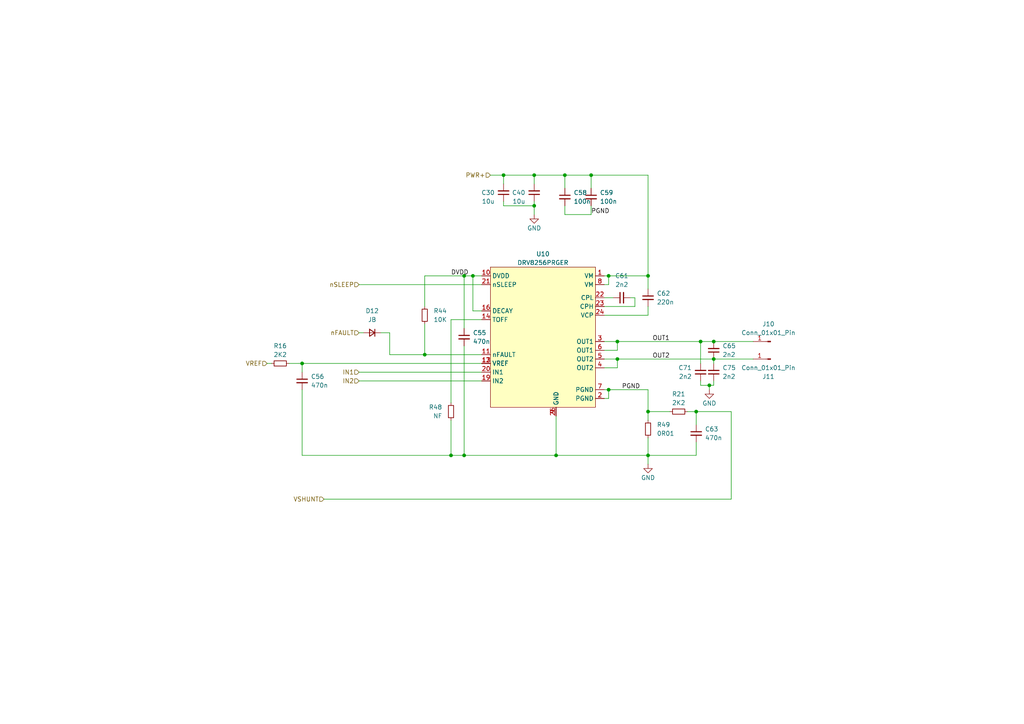
<source format=kicad_sch>
(kicad_sch (version 20250114) (generator "eeschema") (generator_version "9.0")
  (paper "A4")
  (lib_symbols
    (symbol "Connector:Conn_01x01_Pin" (pin_names (offset 1.016) (hide yes))
      (property "Reference" "J" (at 0 2.54 0))
      (property "Value" "Conn_01x01_Pin" (at 0 -2.54 0))
      (symbol "Conn_01x01_Pin_1_1"
        (rectangle (start 0.8636 0.127) (end 0 -0.127) (stroke (width 0.1524)) (fill (type outline)))
        (polyline (pts (xy 1.27 0) (xy 0.8636 0)) (stroke (width 0.1524)))
        (pin passive line (at 5.08 0 180) (length 3.81) (name "Pin_1") (number "1"))
      )
    )
    (symbol "Custom:DRV8256PRGER"
      (property "Reference" "U" (at 29.718 75.692 0))
      (symbol "DRV8256PRGER_0_0"
        (pin unspecified line (at -17.78 22.86 0) (length 2.54) (name "DVDD") (number "10"))
        (pin unspecified line (at -17.78 12.7 0) (length 2.54) (name "DECAY") (number "16"))
        (pin unspecified line (at -17.78 10.16 0) (length 2.54) (name "TOFF") (number "14"))
        (pin unspecified line (at -17.78 -2.54 0) (length 2.54) (name "VREF") (number "12"))
        (pin unspecified line (at -17.78 -2.54 0) (length 2.54) (name "VREF") (number "13"))
        (pin unspecified line (at -17.78 -5.08 0) (length 2.54) (name "IN1") (number "20"))
        (pin unspecified line (at -17.78 -7.62 0) (length 2.54) (name "IN2") (number "19"))
        (pin unspecified line (at 17.78 22.86 180) (length 2.54) (name "VM") (number "1"))
        (pin unspecified line (at 17.78 20.32 180) (length 2.54) (name "VM") (number "8"))
        (pin unspecified line (at 17.78 16.51 180) (length 2.54) (name "CPL") (number "22"))
        (pin unspecified line (at 17.78 13.97 180) (length 2.54) (name "CPH") (number "23"))
        (pin unspecified line (at 17.78 11.43 180) (length 2.54) (name "VCP") (number "24"))
        (pin unspecified line (at 17.78 3.81 180) (length 2.54) (name "OUT1") (number "3"))
        (pin unspecified line (at 17.78 1.27 180) (length 2.54) (name "OUT1") (number "6"))
        (pin unspecified line (at 17.78 -1.27 180) (length 2.54) (name "OUT2") (number "5"))
        (pin unspecified line (at 17.78 -3.81 180) (length 2.54) (name "OUT2") (number "4"))
        (pin unspecified line (at 17.78 -10.16 180) (length 2.54) (name "PGND") (number "7"))
        (pin unspecified line (at 17.78 -12.7 180) (length 2.54) (name "PGND") (number "2"))
      )
      (symbol "DRV8256PRGER_1_0"
        (pin unspecified line (at -17.78 20.32 0) (length 2.54) (name "nSLEEP") (number "21"))
        (pin unspecified line (at -17.78 0 0) (length 2.54) (name "nFAULT") (number "11"))
        (pin unspecified line (at -2.54 -17.78 90) (length 2.54) (hide yes) (name "NC") (number "17"))
        (pin unspecified line (at -1.27 -17.78 90) (length 2.54) (hide yes) (name "NC") (number "15"))
        (pin unspecified line (at 0 -17.78 90) (length 2.54) (hide yes) (name "NC") (number "18"))
        (pin unspecified line (at 3.81 -17.78 90) (length 2.54) (name "GND") (number "25"))
        (pin unspecified line (at 3.81 -17.78 90) (length 2.54) (name "GND") (number "9"))
      )
      (symbol "DRV8256PRGER_1_1"
        (rectangle (start -15.24 25.4) (end 15.24 -15.24) (fill (type background)))
      )
    )
    (symbol "Device:C_Small" (pin_numbers (hide yes)) (pin_names (offset 0.254) (hide yes))
      (property "Reference" "C" (at 0.254 1.778 0))
      (property "Value" "C_Small" (at 0.254 -2.032 0))
      (symbol "C_Small_0_1"
        (polyline (pts (xy -1.524 0.508) (xy 1.524 0.508)) (stroke (width 0.3048)))
        (polyline (pts (xy -1.524 -0.508) (xy 1.524 -0.508)) (stroke (width 0.3302)))
      )
      (symbol "C_Small_1_1"
        (pin passive line (at 0 2.54 270) (length 2.032) (name "~") (number "1"))
        (pin passive line (at 0 -2.54 90) (length 2.032) (name "~") (number "2"))
      )
    )
    (symbol "Device:D_Small" (pin_numbers (hide yes)) (pin_names (offset 0.254) (hide yes))
      (property "Reference" "D" (at -1.27 2.032 0))
      (property "Value" "D_Small" (at -3.81 -2.032 0))
      (symbol "D_Small_0_1"
        (polyline (pts (xy -0.762 0) (xy 0.762 0)))
        (polyline (pts (xy -0.762 -1.016) (xy -0.762 1.016)) (stroke (width 0.254)))
        (polyline (pts (xy 0.762 -1.016) (xy -0.762 0) (xy 0.762 1.016) (xy 0.762 -1.016)) (stroke (width 0.254)))
      )
      (symbol "D_Small_1_1"
        (pin passive line (at -2.54 0 0) (length 1.778) (name "K") (number "1"))
        (pin passive line (at 2.54 0 180) (length 1.778) (name "A") (number "2"))
      )
    )
    (symbol "Device:R_Small" (pin_numbers (hide yes)) (pin_names (offset 0.254) (hide yes))
      (property "Reference" "R" (at 0.762 0.508 0))
      (property "Value" "R_Small" (at 0.762 -1.016 0))
      (symbol "R_Small_0_1"
        (rectangle (start -0.762 1.778) (end 0.762 -1.778) (stroke (width 0.2032)))
      )
      (symbol "R_Small_1_1"
        (pin passive line (at 0 2.54 270) (length 0.762) (name "~") (number "1"))
        (pin passive line (at 0 -2.54 90) (length 0.762) (name "~") (number "2"))
      )
    )
    (symbol "power:GND" (power) (pin_names (offset 0))
      (property "Value" "GND" (at 0 -3.81 0))
      (symbol "GND_0_1"
        (polyline (pts (xy 0 0) (xy 0 -1.27) (xy 1.27 -1.27) (xy 0 -2.54) (xy -1.27 -1.27) (xy 0 -1.27)))
      )
      (symbol "GND_1_1"
        (pin power_in line (at 0 0 270) (length 0) (hide yes) (name "GND") (number "1"))
      )
    )
  )
  (junction (at 187.96 80.01))
  (junction (at 187.96 132.08))
  (junction (at 137.16 80.01))
  (junction (at 163.83 50.8))
  (junction (at 134.62 80.01))
  (junction (at 179.07 99.06))
  (junction (at 187.96 119.38))
  (junction (at 205.74 111.76))
  (junction (at 207.01 104.14))
  (junction (at 130.81 132.08))
  (junction (at 123.19 102.87))
  (junction (at 134.62 132.08))
  (junction (at 87.63 105.41))
  (junction (at 154.94 59.69))
  (junction (at 179.07 104.14))
  (junction (at 146.05 50.8))
  (junction (at 154.94 50.8))
  (junction (at 176.53 80.01))
  (junction (at 207.01 99.06))
  (junction (at 176.53 113.03))
  (junction (at 161.29 132.08))
  (junction (at 203.2 99.06))
  (junction (at 201.93 119.38))
  (junction (at 171.45 50.8))
  (wire (pts (xy 161.29 132.08) (xy 187.96 132.08)))
  (wire (pts (xy 137.16 80.01) (xy 134.62 80.01)))
  (wire (pts (xy 146.05 50.8) (xy 154.94 50.8)))
  (wire (pts (xy 187.96 134.62) (xy 187.96 132.08)))
  (wire (pts (xy 123.19 80.01) (xy 134.62 80.01)))
  (wire (pts (xy 77.47 105.41) (xy 78.74 105.41)))
  (wire (pts (xy 104.14 110.49) (xy 139.7 110.49)))
  (wire (pts (xy 171.45 54.61) (xy 171.45 50.8)))
  (wire (pts (xy 207.01 105.41) (xy 207.01 104.14)))
  (wire (pts (xy 146.05 59.69) (xy 154.94 59.69)))
  (wire (pts (xy 137.16 80.01) (xy 139.7 80.01)))
  (wire (pts (xy 113.03 96.52) (xy 113.03 102.87)))
  (wire (pts (xy 182.88 86.36) (xy 184.15 86.36)))
  (wire (pts (xy 176.53 80.01) (xy 187.96 80.01)))
  (wire (pts (xy 212.09 144.78) (xy 212.09 119.38)))
  (wire (pts (xy 175.26 91.44) (xy 187.96 91.44)))
  (wire (pts (xy 163.83 54.61) (xy 163.83 50.8)))
  (wire (pts (xy 137.16 90.17) (xy 139.7 90.17)))
  (wire (pts (xy 176.53 113.03) (xy 175.26 113.03)))
  (wire (pts (xy 203.2 110.49) (xy 203.2 111.76)))
  (wire (pts (xy 146.05 58.42) (xy 146.05 59.69)))
  (wire (pts (xy 163.83 62.23) (xy 163.83 59.69)))
  (wire (pts (xy 175.26 88.9) (xy 184.15 88.9)))
  (wire (pts (xy 207.01 111.76) (xy 207.01 110.49)))
  (wire (pts (xy 207.01 99.06) (xy 218.44 99.06)))
  (wire (pts (xy 175.26 99.06) (xy 179.07 99.06)))
  (wire (pts (xy 104.14 107.95) (xy 139.7 107.95)))
  (wire (pts (xy 154.94 59.69) (xy 154.94 58.42)))
  (wire (pts (xy 187.96 127) (xy 187.96 132.08)))
  (wire (pts (xy 187.96 80.01) (xy 187.96 83.82)))
  (wire (pts (xy 113.03 102.87) (xy 123.19 102.87)))
  (wire (pts (xy 123.19 88.9) (xy 123.19 80.01)))
  (wire (pts (xy 179.07 99.06) (xy 203.2 99.06)))
  (wire (pts (xy 154.94 50.8) (xy 163.83 50.8)))
  (wire (pts (xy 154.94 50.8) (xy 154.94 53.34)))
  (wire (pts (xy 187.96 119.38) (xy 187.96 121.92)))
  (wire (pts (xy 187.96 50.8) (xy 187.96 80.01)))
  (wire (pts (xy 134.62 100.33) (xy 134.62 132.08)))
  (wire (pts (xy 175.26 86.36) (xy 177.8 86.36)))
  (wire (pts (xy 171.45 50.8) (xy 187.96 50.8)))
  (wire (pts (xy 87.63 105.41) (xy 87.63 107.95)))
  (wire (pts (xy 203.2 99.06) (xy 207.01 99.06)))
  (wire (pts (xy 123.19 102.87) (xy 139.7 102.87)))
  (wire (pts (xy 187.96 119.38) (xy 194.31 119.38)))
  (wire (pts (xy 179.07 106.68) (xy 175.26 106.68)))
  (wire (pts (xy 201.93 132.08) (xy 187.96 132.08)))
  (wire (pts (xy 175.26 115.57) (xy 176.53 115.57)))
  (wire (pts (xy 205.74 111.76) (xy 205.74 113.03)))
  (wire (pts (xy 212.09 119.38) (xy 201.93 119.38)))
  (wire (pts (xy 83.82 105.41) (xy 87.63 105.41)))
  (wire (pts (xy 104.14 96.52) (xy 105.41 96.52)))
  (wire (pts (xy 187.96 113.03) (xy 176.53 113.03)))
  (wire (pts (xy 130.81 92.71) (xy 139.7 92.71)))
  (wire (pts (xy 134.62 132.08) (xy 161.29 132.08)))
  (wire (pts (xy 142.24 50.8) (xy 146.05 50.8)))
  (wire (pts (xy 179.07 104.14) (xy 207.01 104.14)))
  (wire (pts (xy 203.2 99.06) (xy 203.2 105.41)))
  (wire (pts (xy 134.62 95.25) (xy 134.62 80.01)))
  (wire (pts (xy 184.15 86.36) (xy 184.15 88.9)))
  (wire (pts (xy 187.96 91.44) (xy 187.96 88.9)))
  (wire (pts (xy 203.2 111.76) (xy 205.74 111.76)))
  (wire (pts (xy 179.07 104.14) (xy 179.07 106.68)))
  (wire (pts (xy 87.63 113.03) (xy 87.63 132.08)))
  (wire (pts (xy 130.81 92.71) (xy 130.81 116.84)))
  (wire (pts (xy 171.45 50.8) (xy 163.83 50.8)))
  (wire (pts (xy 130.81 132.08) (xy 134.62 132.08)))
  (wire (pts (xy 205.74 111.76) (xy 207.01 111.76)))
  (wire (pts (xy 87.63 105.41) (xy 139.7 105.41)))
  (wire (pts (xy 130.81 121.92) (xy 130.81 132.08)))
  (wire (pts (xy 154.94 62.23) (xy 154.94 59.69)))
  (wire (pts (xy 137.16 80.01) (xy 137.16 90.17)))
  (wire (pts (xy 123.19 93.98) (xy 123.19 102.87)))
  (wire (pts (xy 179.07 99.06) (xy 179.07 101.6)))
  (wire (pts (xy 175.26 101.6) (xy 179.07 101.6)))
  (wire (pts (xy 176.53 80.01) (xy 176.53 82.55)))
  (wire (pts (xy 176.53 82.55) (xy 175.26 82.55)))
  (wire (pts (xy 176.53 115.57) (xy 176.53 113.03)))
  (wire (pts (xy 175.26 104.14) (xy 179.07 104.14)))
  (wire (pts (xy 207.01 104.14) (xy 218.44 104.14)))
  (wire (pts (xy 171.45 62.23) (xy 171.45 59.69)))
  (wire (pts (xy 130.81 132.08) (xy 87.63 132.08)))
  (wire (pts (xy 201.93 123.19) (xy 201.93 119.38)))
  (wire (pts (xy 163.83 62.23) (xy 171.45 62.23)))
  (wire (pts (xy 187.96 113.03) (xy 187.96 119.38)))
  (wire (pts (xy 201.93 128.27) (xy 201.93 132.08)))
  (wire (pts (xy 175.26 80.01) (xy 176.53 80.01)))
  (wire (pts (xy 110.49 96.52) (xy 113.03 96.52)))
  (wire (pts (xy 201.93 119.38) (xy 199.39 119.38)))
  (wire (pts (xy 146.05 50.8) (xy 146.05 53.34)))
  (wire (pts (xy 161.29 120.65) (xy 161.29 132.08)))
  (wire (pts (xy 93.98 144.78) (xy 212.09 144.78)))
  (wire (pts (xy 104.14 82.55) (xy 139.7 82.55)))
  (label "PGND" (at 180.34 113.03 0))
  (label "OUT1" (at 189.23 99.06 0))
  (label "OUT2" (at 189.23 104.14 0))
  (label "PGND" (at 171.45 62.23 0))
  (label "DVDD" (at 130.81 80.01 0))
  (hierarchical_label "IN1" (shape input) (at 104.14 107.95 180))
  (hierarchical_label "VREF" (shape input) (at 77.47 105.41 180))
  (hierarchical_label "IN2" (shape input) (at 104.14 110.49 180))
  (hierarchical_label "nSLEEP" (shape input) (at 104.14 82.55 180))
  (hierarchical_label "nFAULT" (shape input) (at 104.14 96.52 180))
  (hierarchical_label "PWR+" (shape input) (at 142.24 50.8 180))
  (hierarchical_label "VSHUNT" (shape input) (at 93.98 144.78 180))
  (symbol (lib_id "Device:C_Small") (at 146.05 55.88 0) (mirror x) (unit 1)
    (property "Reference" "C20" (at 143.51 55.8736 0) (effects (justify right)))
    (property "Value" "10u" (at 143.51 58.4136 0) (effects (justify right)))
    (property "Footprint" "Capacitor_SMD:C_1206_3216Metric" (effects (hide yes)))
    (instances (project "botctrl" (path "" (reference "C30") (unit 1)) (path "" (reference "C28") (unit 1)) (path "" (reference "C20") (unit 1)) (path "" (reference "C21") (unit 1))))
  )
  (symbol (lib_id "Device:C_Small") (at 163.83 57.15 0) (unit 1)
    (property "Reference" "C22" (at 166.37 55.8862 0) (effects (justify left)))
    (property "Value" "100n" (at 166.37 58.4262 0) (effects (justify left)))
    (property "Footprint" "Capacitor_SMD:C_0603_1608Metric" (effects (hide yes)))
    (property "Description" "Unpolarized capacitor, small symbol" (effects (hide yes)))
    (instances (project "botctrl" (path "" (reference "C58") (unit 1)) (path "" (reference "C46") (unit 1)) (path "" (reference "C22") (unit 1)) (path "" (reference "C34") (unit 1))))
  )
  (symbol (lib_id "Device:C_Small") (at 180.34 86.36 90) (unit 1)
    (property "Reference" "C25" (at 180.3463 80.01 90))
    (property "Value" "2n2" (at 180.3463 82.55 90))
    (property "Footprint" "Capacitor_SMD:C_0603_1608Metric" (effects (hide yes)))
    (property "Description" "Unpolarized capacitor, small symbol" (effects (hide yes)))
    (instances (project "botctrl" (path "" (reference "C61") (unit 1)) (path "" (reference "C49") (unit 1)) (path "" (reference "C25") (unit 1)) (path "" (reference "C37") (unit 1))))
  )
  (symbol (lib_id "Device:R_Small") (at 123.19 91.44 180) (unit 1)
    (property "Reference" "R14" (at 125.73 90.1699 0) (effects (justify right)))
    (property "Value" "10K" (at 125.73 92.7099 0) (effects (justify right)))
    (property "Footprint" "Resistor_SMD:R_0603_1608Metric" (effects (hide yes)))
    (property "Description" "Resistor, small symbol" (effects (hide yes)))
    (instances (project "botctrl" (path "" (reference "R44") (unit 1)) (path "" (reference "R34") (unit 1)) (path "" (reference "R14") (unit 1)) (path "" (reference "R24") (unit 1))))
  )
  (symbol (lib_id "Device:C_Small") (at 207.01 107.95 180) (unit 1)
    (property "Reference" "C72" (at 209.55 106.6735 0) (effects (justify right)))
    (property "Value" "2n2" (at 209.55 109.2135 0) (effects (justify right)))
    (property "Footprint" "Capacitor_SMD:C_0603_1608Metric" (effects (hide yes)))
    (property "Description" "Unpolarized capacitor, small symbol" (effects (hide yes)))
    (instances (project "botctrl" (path "" (reference "C75") (unit 1)) (path "" (reference "C74") (unit 1)) (path "" (reference "C72") (unit 1)) (path "" (reference "C73") (unit 1))))
  )
  (symbol (lib_id "Device:D_Small") (at 107.95 96.52 180) (unit 1)
    (property "Reference" "D9" (at 107.95 90.17 0))
    (property "Value" "JB" (at 107.95 92.71 0))
    (property "Footprint" "Diode_SMD:D_0603_1608Metric" (effects (hide yes)))
    (property "Description" "Diode, small symbol" (effects (hide yes)))
    (property "Sim.Device" "D" (effects (hide yes)))
    (property "Sim.Pins" "1=K 2=A" (effects (hide yes)))
    (instances (project "botctrl" (path "" (reference "D12") (unit 1)) (path "" (reference "D11") (unit 1)) (path "" (reference "D9") (unit 1)) (path "" (reference "D10") (unit 1))))
  )
  (symbol (lib_id "Device:C_Small") (at 203.2 107.95 0) (mirror x) (unit 1)
    (property "Reference" "C68" (at 200.66 106.6735 0) (effects (justify right)))
    (property "Value" "2n2" (at 200.66 109.2135 0) (effects (justify right)))
    (property "Footprint" "Capacitor_SMD:C_0603_1608Metric" (effects (hide yes)))
    (property "Description" "Unpolarized capacitor, small symbol" (effects (hide yes)))
    (instances (project "botctrl" (path "" (reference "C71") (unit 1)) (path "" (reference "C70") (unit 1)) (path "" (reference "C68") (unit 1)) (path "" (reference "C69") (unit 1))))
  )
  (symbol (lib_id "power:GND") (at 205.74 113.03 0) (unit 1)
    (property "Reference" "#PWR047" (effects (hide yes)))
    (property "Value" "GND" (at 205.74 116.975 0))
    (instances (project "botctrl" (path "" (reference "#PWR051") (unit 1)) (path "" (reference "#PWR050") (unit 1)) (path "" (reference "#PWR047") (unit 1)) (path "" (reference "#PWR049") (unit 1))))
  )
  (symbol (lib_id "Device:C_Small") (at 171.45 57.15 0) (unit 1)
    (property "Reference" "C23" (at 173.99 55.8862 0) (effects (justify left)))
    (property "Value" "100n" (at 173.99 58.4262 0) (effects (justify left)))
    (property "Footprint" "Capacitor_SMD:C_0603_1608Metric" (effects (hide yes)))
    (property "Description" "Unpolarized capacitor, small symbol" (effects (hide yes)))
    (instances (project "botctrl" (path "" (reference "C59") (unit 1)) (path "" (reference "C47") (unit 1)) (path "" (reference "C23") (unit 1)) (path "" (reference "C35") (unit 1))))
  )
  (symbol (lib_id "Device:R_Small") (at 130.81 119.38 0) (mirror x) (unit 1)
    (property "Reference" "R18" (at 128.27 118.1099 0) (effects (justify right)))
    (property "Value" "NF" (at 128.27 120.6499 0) (effects (justify right)))
    (property "Footprint" "Resistor_SMD:R_0603_1608Metric" (effects (hide yes)))
    (property "Description" "Resistor, small symbol" (effects (hide yes)))
    (instances (project "botctrl" (path "" (reference "R48") (unit 1)) (path "" (reference "R38") (unit 1)) (path "" (reference "R18") (unit 1)) (path "" (reference "R28") (unit 1))))
  )
  (symbol (lib_id "Device:R_Small") (at 196.85 119.38 270) (mirror x) (unit 1)
    (property "Reference" "R11" (at 196.85 114.3 90))
    (property "Value" "2K2" (at 196.85 116.84 90))
    (property "Footprint" "Resistor_SMD:R_0603_1608Metric" (effects (hide yes)))
    (instances (project "botctrl" (path "" (reference "R21") (unit 1)) (path "" (reference "R20") (unit 1)) (path "" (reference "R11") (unit 1)) (path "" (reference "R17") (unit 1))))
  )
  (symbol (lib_id "power:GND") (at 187.96 134.62 0) (unit 1)
    (property "Reference" "#PWR039" (effects (hide yes)))
    (property "Value" "GND" (at 187.96 138.565 0))
    (instances (project "botctrl" (path "" (reference "#PWR048") (unit 1)) (path "" (reference "#PWR045") (unit 1)) (path "" (reference "#PWR039") (unit 1)) (path "" (reference "#PWR042") (unit 1))))
  )
  (symbol (lib_id "Device:C_Small") (at 207.01 101.6 180) (unit 1)
    (property "Reference" "C29" (at 209.55 100.3235 0) (effects (justify right)))
    (property "Value" "2n2" (at 209.55 102.8635 0) (effects (justify right)))
    (property "Footprint" "Capacitor_SMD:C_0603_1608Metric" (effects (hide yes)))
    (property "Description" "Unpolarized capacitor, small symbol" (effects (hide yes)))
    (instances (project "botctrl" (path "" (reference "C65") (unit 1)) (path "" (reference "C53") (unit 1)) (path "" (reference "C29") (unit 1)) (path "" (reference "C41") (unit 1))))
  )
  (symbol (lib_id "Device:R_Small") (at 81.28 105.41 270) (mirror x) (unit 1)
    (property "Reference" "R9" (at 81.28 100.33 90))
    (property "Value" "2K2" (at 81.28 102.87 90))
    (property "Footprint" "Resistor_SMD:R_0603_1608Metric" (effects (hide yes)))
    (instances (project "botctrl" (path "" (reference "R16") (unit 1)) (path "" (reference "R15") (unit 1)) (path "" (reference "R9") (unit 1)) (path "" (reference "R13") (unit 1))))
  )
  (symbol (lib_id "power:GND") (at 154.94 62.23 0) (unit 1)
    (property "Reference" "#PWR015" (effects (hide yes)))
    (property "Value" "GND" (at 154.94 66.175 0))
    (instances (project "botctrl" (path "" (reference "#PWR038") (unit 1)) (path "" (reference "#PWR027") (unit 1)) (path "" (reference "#PWR015") (unit 1)) (path "" (reference "#PWR026") (unit 1))))
  )
  (symbol (lib_id "Device:C_Small") (at 154.94 55.88 0) (mirror x) (unit 1)
    (property "Reference" "C32" (at 152.4 55.8736 0) (effects (justify right)))
    (property "Value" "10u" (at 152.4 58.4136 0) (effects (justify right)))
    (property "Footprint" "Capacitor_SMD:C_1206_3216Metric" (effects (hide yes)))
    (instances (project "botctrl" (path "" (reference "C40") (unit 1)) (path "" (reference "C36") (unit 1)) (path "" (reference "C32") (unit 1)) (path "" (reference "C33") (unit 1))))
  )
  (symbol (lib_id "Custom:DRV8256PRGER") (at 157.48 102.87 0) (unit 1)
    (property "Reference" "U7" (at 157.48 73.66 0))
    (property "Value" "DRV8256PRGER" (at 157.48 76.2 0))
    (property "Footprint" "Package_DFN_QFN:VQFN-24-1EP_4x4mm_P0.5mm_EP2.45x2.45mm_ThermalVias" (effects (hide yes)))
    (instances (project "botctrl" (path "" (reference "U10") (unit 1)) (path "" (reference "U9") (unit 1)) (path "" (reference "U7") (unit 1)) (path "" (reference "U8") (unit 1))))
  )
  (symbol (lib_id "Connector:Conn_01x01_Pin") (at 223.52 99.06 180) (unit 1)
    (property "Reference" "J4" (at 222.885 93.98 0))
    (property "Value" "Conn_01x01_Pin" (at 222.885 96.52 0))
    (property "Footprint" "Connector_Wire:SolderWire-0.25sqmm_1x01_D0.65mm_OD1.7mm" (effects (hide yes)))
    (property "Description" "Generic connector, single row, 01x01, script generated" (effects (hide yes)))
    (instances (project "botctrl" (path "" (reference "J10") (unit 1)) (path "" (reference "J8") (unit 1)) (path "" (reference "J4") (unit 1)) (path "" (reference "J6") (unit 1))))
  )
  (symbol (lib_id "Device:C_Small") (at 187.96 86.36 0) (unit 1)
    (property "Reference" "C26" (at 190.5 85.0962 0) (effects (justify left)))
    (property "Value" "220n" (at 190.5 87.6362 0) (effects (justify left)))
    (property "Footprint" "Capacitor_SMD:C_0603_1608Metric" (effects (hide yes)))
    (property "Description" "Unpolarized capacitor, small symbol" (effects (hide yes)))
    (instances (project "botctrl" (path "" (reference "C62") (unit 1)) (path "" (reference "C50") (unit 1)) (path "" (reference "C26") (unit 1)) (path "" (reference "C38") (unit 1))))
  )
  (symbol (lib_id "Connector:Conn_01x01_Pin") (at 223.52 104.14 0) (mirror y) (unit 1)
    (property "Reference" "J5" (at 222.885 109.22 0))
    (property "Value" "Conn_01x01_Pin" (at 222.885 106.68 0))
    (property "Footprint" "Connector_Wire:SolderWire-0.25sqmm_1x01_D0.65mm_OD1.7mm" (effects (hide yes)))
    (property "Description" "Generic connector, single row, 01x01, script generated" (effects (hide yes)))
    (instances (project "botctrl" (path "" (reference "J11") (unit 1)) (path "" (reference "J9") (unit 1)) (path "" (reference "J5") (unit 1)) (path "" (reference "J7") (unit 1))))
  )
  (symbol (lib_id "Device:C_Small") (at 201.93 125.73 0) (unit 1)
    (property "Reference" "C27" (at 204.47 124.4662 0) (effects (justify left)))
    (property "Value" "470n" (at 204.47 127.0062 0) (effects (justify left)))
    (property "Footprint" "Capacitor_SMD:C_0603_1608Metric" (effects (hide yes)))
    (property "Description" "Unpolarized capacitor, small symbol" (effects (hide yes)))
    (instances (project "botctrl" (path "" (reference "C63") (unit 1)) (path "" (reference "C51") (unit 1)) (path "" (reference "C27") (unit 1)) (path "" (reference "C39") (unit 1))))
  )
  (symbol (lib_id "Device:C_Small") (at 134.62 97.79 0) (unit 1)
    (property "Reference" "C19" (at 137.16 96.5262 0) (effects (justify left)))
    (property "Value" "470n" (at 137.16 99.0662 0) (effects (justify left)))
    (property "Footprint" "Capacitor_SMD:C_0603_1608Metric" (effects (hide yes)))
    (property "Description" "Unpolarized capacitor, small symbol" (effects (hide yes)))
    (instances (project "botctrl" (path "" (reference "C55") (unit 1)) (path "" (reference "C43") (unit 1)) (path "" (reference "C19") (unit 1)) (path "" (reference "C31") (unit 1))))
  )
  (symbol (lib_id "Device:C_Small") (at 87.63 110.49 0) (unit 1)
    (property "Reference" "C10" (at 90.17 109.2262 0) (effects (justify left)))
    (property "Value" "470n" (at 90.17 111.7662 0) (effects (justify left)))
    (property "Footprint" "Capacitor_SMD:C_0603_1608Metric" (effects (hide yes)))
    (property "Description" "Unpolarized capacitor, small symbol" (effects (hide yes)))
    (instances (project "botctrl" (path "" (reference "C56") (unit 1)) (path "" (reference "C52") (unit 1)) (path "" (reference "C10") (unit 1)) (path "" (reference "C13") (unit 1))))
  )
  (symbol (lib_id "Device:R_Small") (at 187.96 124.46 0) (unit 1)
    (property "Reference" "R19" (at 190.5 123.1899 0) (effects (justify left)))
    (property "Value" "0R01" (at 190.5 125.7299 0) (effects (justify left)))
    (property "Footprint" "Resistor_SMD:R_1210_3225Metric" (effects (hide yes)))
    (property "Description" "Resistor, small symbol" (effects (hide yes)))
    (instances (project "botctrl" (path "" (reference "R49") (unit 1)) (path "" (reference "R39") (unit 1)) (path "" (reference "R19") (unit 1)) (path "" (reference "R29") (unit 1))))
  )
)
</source>
